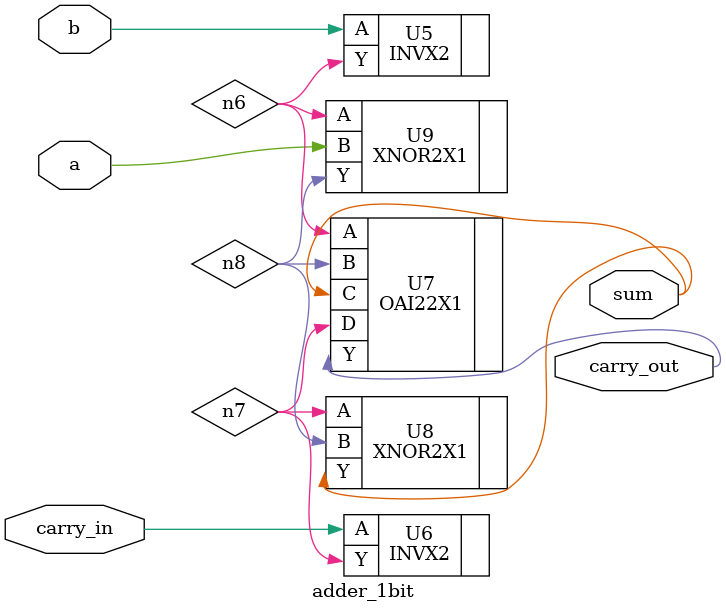
<source format=v>


module adder_1bit ( a, b, carry_in, sum, carry_out );
  input a, b, carry_in;
  output sum, carry_out;
  wire   n6, n7, n8;

  INVX2 U5 ( .A(b), .Y(n6) );
  INVX2 U6 ( .A(carry_in), .Y(n7) );
  OAI22X1 U7 ( .A(n6), .B(n8), .C(sum), .D(n7), .Y(carry_out) );
  XNOR2X1 U8 ( .A(n7), .B(n8), .Y(sum) );
  XNOR2X1 U9 ( .A(n6), .B(a), .Y(n8) );
endmodule


</source>
